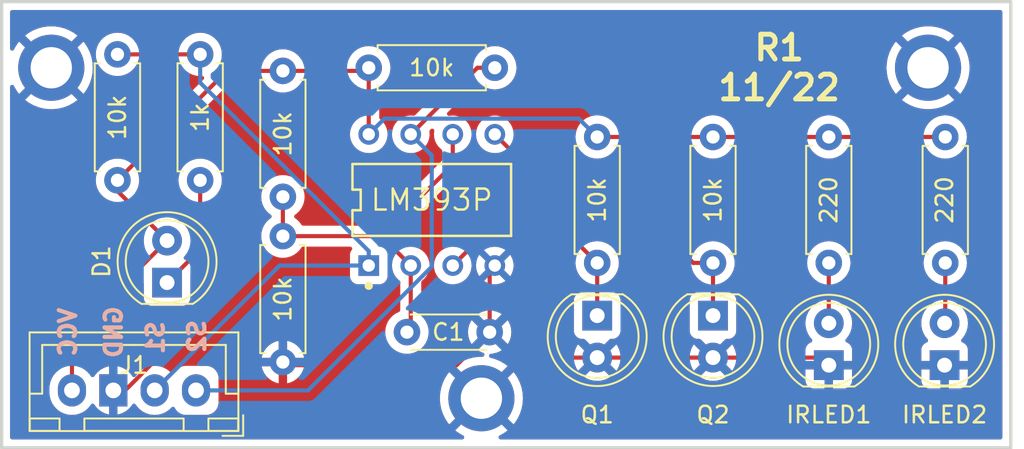
<source format=kicad_pcb>
(kicad_pcb (version 20211014) (generator pcbnew)
  (layers (0 "F.Cu" signal) (31 "B.Cu" signal) (34 "B.Paste" user) (35 "F.Paste" user) (36 "B.SilkS" user "B.Silkscreen") (37 "F.SilkS" user "F.Silkscreen") (38 "B.Mask" user) (39 "F.Mask" user) (44 "Edge.Cuts" user))
  (net 0 "")
  (net 1 "Net-(D1-Pad1)")
  (net 2 "VCC")
  (net 3 "Net-(IRLED1-Pad2)")
  (net 4 "Net-(C1-Pad2)")
  (net 5 "Net-(Q1-Pad1)")
  (net 6 "Net-(R_IRE2-Pad2)")
  (net 7 "Signal1")
  (net 8 "Net-(R_IRR2-Pad1)")
  (net 9 "Signal2")
  (net 10 "GND")
  (footprint "Resistor_THT:R_Axial_DIN0207_L6.3mm_D2.5mm_P7.62mm_Horizontal" (layer "F.Cu") (at 140 75.81 90)
    (fp_text reference "10k" (at 3.81 0 90) (layer "F.SilkS"))
    (fp_text value "10k")
    (fp_line (start 0.54 -1.04) (end 0.54 -1.37) (layer "F.SilkS") (width 0.12))
    (fp_line (start 0.54 1.04) (end 0.54 1.37) (layer "F.SilkS") (width 0.12))
    (fp_line (start 0.54 -1.37) (end 7.08 -1.37) (layer "F.SilkS") (width 0.12))
    (fp_line (start 7.08 -1.37) (end 7.08 -1.04) (layer "F.SilkS") (width 0.12))
    (fp_line (start 0.54 1.37) (end 7.08 1.37) (layer "F.SilkS") (width 0.12))
    (fp_line (start 7.08 1.37) (end 7.08 1.04) (layer "F.SilkS") (width 0.12))
    (pad "1" thru_hole circle (at 0 0 90) (size 1.6 1.6) (drill 0.8) (layers *.Cu *.Mask) (net 8 "Net-(R_IRR2-Pad1)"))
    (pad "2" thru_hole oval (at 7.62 0 90) (size 1.6 1.6) (drill 0.8) (layers *.Cu *.Mask) (net 2 "VCC"))
  )
  (footprint "LED_THT:LED_D5.0mm_IRGrey" (layer "F.Cu") (at 107 77 90)
    (fp_text reference "D1" (at 1.27 -3.96 90) (layer "F.SilkS"))
    (fp_text value "LED")
    (fp_line (start -1.29 -1.545) (end -1.29 1.545) (layer "F.SilkS") (width 0.12))
    (fp_arc (start -1.29 -1.54483) (mid 2.072002 -2.880433) (end 4.26 0.000462) (layer "F.SilkS") (width 0.12))
    (fp_arc (start 4.26 -0.000462) (mid 2.072002 2.880433) (end -1.29 1.54483) (layer "F.SilkS") (width 0.12))
    (fp_circle (center 1.27 0) (end 3.77 0) (layer "F.SilkS") (width 0.12) (fill none))
    (pad "1" thru_hole rect (at 0 0 90) (size 1.8 1.8) (drill 0.9) (layers *.Cu *.Mask) (net 1 "Net-(D1-Pad1)"))
    (pad "2" thru_hole circle (at 2.54 0 90) (size 1.8 1.8) (drill 0.9) (layers *.Cu *.Mask) (net 2 "VCC"))
  )
  (footprint "LED_THT:LED_D5.0mm_IRGrey" (layer "F.Cu") (at 154 82 90)
    (fp_text reference "IRLED2" (at -3 0 180) (layer "F.SilkS"))
    (fp_text value "LD271")
    (fp_line (start -1.29 -1.545) (end -1.29 1.545) (layer "F.SilkS") (width 0.12))
    (fp_arc (start 4.26 -0.000462) (mid 2.072002 2.880433) (end -1.29 1.54483) (layer "F.SilkS") (width 0.12))
    (fp_arc (start -1.29 -1.54483) (mid 2.072002 -2.880433) (end 4.26 0.000462) (layer "F.SilkS") (width 0.12))
    (fp_circle (center 1.27 0) (end 3.77 0) (layer "F.SilkS") (width 0.12) (fill none))
    (pad "1" thru_hole rect (at 0 0 90) (size 1.8 1.8) (drill 0.9) (layers *.Cu *.Mask) (net 10 "GND"))
    (pad "2" thru_hole circle (at 2.54 0 90) (size 1.8 1.8) (drill 0.9) (layers *.Cu *.Mask) (net 6 "Net-(R_IRE2-Pad2)"))
  )
  (footprint "Resistor_THT:R_Axial_DIN0207_L6.3mm_D2.5mm_P7.62mm_Horizontal" (layer "F.Cu") (at 147 68.19 -90)
    (fp_text reference "220" (at 3.81 0 90) (layer "F.SilkS"))
    (fp_text value "1k")
    (fp_line (start 7.08 1.37) (end 7.08 1.04) (layer "F.SilkS") (width 0.12))
    (fp_line (start 0.54 -1.04) (end 0.54 -1.37) (layer "F.SilkS") (width 0.12))
    (fp_line (start 7.08 -1.37) (end 7.08 -1.04) (layer "F.SilkS") (width 0.12))
    (fp_line (start 0.54 1.04) (end 0.54 1.37) (layer "F.SilkS") (width 0.12))
    (fp_line (start 0.54 -1.37) (end 7.08 -1.37) (layer "F.SilkS") (width 0.12))
    (fp_line (start 0.54 1.37) (end 7.08 1.37) (layer "F.SilkS") (width 0.12))
    (pad "1" thru_hole circle (at 0 0 270) (size 1.6 1.6) (drill 0.8) (layers *.Cu *.Mask) (net 2 "VCC"))
    (pad "2" thru_hole oval (at 7.62 0 270) (size 1.6 1.6) (drill 0.8) (layers *.Cu *.Mask) (net 3 "Net-(IRLED1-Pad2)"))
  )
  (footprint "Connector_JST:JST_XH_B4B-XH-A_1x04_P2.50mm_Vertical" (layer "F.Cu") (at 108.75 83.525 180)
    (fp_text reference "J1" (at 3.75 1.525) (layer "F.SilkS"))
    (fp_text value "Conn_01x04_Male")
    (fp_line (start -1.8 -0.2) (end -1.8 2.75) (layer "F.SilkS") (width 0.12))
    (fp_line (start -1.6 -2.75) (end -2.85 -2.75) (layer "F.SilkS") (width 0.12))
    (fp_line (start 8.25 -2.45) (end 8.25 -1.7) (layer "F.SilkS") (width 0.12))
    (fp_line (start -1.8 2.75) (end 3.75 2.75) (layer "F.SilkS") (width 0.12))
    (fp_line (start 9.3 -0.2) (end 9.3 2.75) (layer "F.SilkS") (width 0.12))
    (fp_line (start -2.56 3.51) (end 10.06 3.51) (layer "F.SilkS") (width 0.12))
    (fp_line (start 10.05 -1.7) (end 10.05 -2.45) (layer "F.SilkS") (width 0.12))
    (fp_line (start -2.55 -2.45) (end -2.55 -1.7) (layer "F.SilkS") (width 0.12))
    (fp_line (start 10.06 -2.46) (end -2.56 -2.46) (layer "F.SilkS") (width 0.12))
    (fp_line (start 8.25 -1.7) (end 10.05 -1.7) (layer "F.SilkS") (width 0.12))
    (fp_line (start 6.75 -1.7) (end 6.75 -2.45) (layer "F.SilkS") (width 0.12))
    (fp_line (start 6.75 -2.45) (end 0.75 -2.45) (layer "F.SilkS") (width 0.12))
    (fp_line (start -2.55 -1.7) (end -0.75 -1.7) (layer "F.SilkS") (width 0.12))
    (fp_line (start 0.75 -2.45) (end 0.75 -1.7) (layer "F.SilkS") (width 0.12))
    (fp_line (start 10.05 -2.45) (end 8.25 -2.45) (layer "F.SilkS") (width 0.12))
    (fp_line (start -2.56 -2.46) (end -2.56 3.51) (layer "F.SilkS") (width 0.12))
    (fp_line (start -2.85 -2.75) (end -2.85 -1.5) (layer "F.SilkS") (width 0.12))
    (fp_line (start -2.55 -0.2) (end -1.8 -0.2) (layer "F.SilkS") (width 0.12))
    (fp_line (start 0.75 -1.7) (end 6.75 -1.7) (layer "F.SilkS") (width 0.12))
    (fp_line (start 9.3 2.75) (end 3.75 2.75) (layer "F.SilkS") (width 0.12))
    (fp_line (start 10.06 3.51) (end 10.06 -2.46) (layer "F.SilkS") (width 0.12))
    (fp_line (start -0.75 -2.45) (end -2.55 -2.45) (layer "F.SilkS") (width 0.12))
    (fp_line (start 10.05 -0.2) (end 9.3 -0.2) (layer "F.SilkS") (width 0.12))
    (fp_line (start -0.75 -1.7) (end -0.75 -2.45) (layer "F.SilkS") (width 0.12))
    (pad "1" thru_hole oval (at 0 0 180) (size 1.7 1.95) (drill 0.95) (layers *.Cu *.Mask) (net 9 "Signal2"))
    (pad "2" thru_hole oval (at 2.5 0 180) (size 1.7 1.95) (drill 0.95) (layers *.Cu *.Mask) (net 7 "Signal1"))
    (pad "3" thru_hole rect (at 5 0 180) (size 1.7 1.95) (drill 0.95) (layers *.Cu *.Mask) (net 10 "GND"))
    (pad "4" thru_hole oval (at 7.5 0 180) (size 1.7 1.95) (drill 0.95) (layers *.Cu *.Mask) (net 2 "VCC"))
  )
  (footprint "Resistor_THT:R_Axial_DIN0207_L6.3mm_D2.5mm_P7.62mm_Horizontal" (layer "F.Cu") (at 114 64.19 -90)
    (fp_text reference "10k" (at 3.81 0 90) (layer "F.SilkS"))
    (fp_text value "10k")
    (fp_line (start 0.54 -1.04) (end 0.54 -1.37) (layer "F.SilkS") (width 0.12))
    (fp_line (start 0.54 1.37) (end 7.08 1.37) (layer "F.SilkS") (width 0.12))
    (fp_line (start 7.08 -1.37) (end 7.08 -1.04) (layer "F.SilkS") (width 0.12))
    (fp_line (start 7.08 1.37) (end 7.08 1.04) (layer "F.SilkS") (width 0.12))
    (fp_line (start 0.54 1.04) (end 0.54 1.37) (layer "F.SilkS") (width 0.12))
    (fp_line (start 0.54 -1.37) (end 7.08 -1.37) (layer "F.SilkS") (width 0.12))
    (pad "1" thru_hole circle (at 0 0 270) (size 1.6 1.6) (drill 0.8) (layers *.Cu *.Mask) (net 2 "VCC"))
    (pad "2" thru_hole oval (at 7.62 0 270) (size 1.6 1.6) (drill 0.8) (layers *.Cu *.Mask) (net 4 "Net-(C1-Pad2)"))
  )
  (footprint "LED_THT:LED_D5.0mm_IRGrey" (layer "F.Cu") (at 140 79 -90)
    (fp_text reference "Q2" (at 6 -0.000462 180) (layer "F.SilkS"))
    (fp_text value "Q_Photo_NPN_CE")
    (fp_line (start -1.29 -1.545) (end -1.29 1.545) (layer "F.SilkS") (width 0.12))
    (fp_arc (start 4.26 -0.000462) (mid 2.072002 2.880433) (end -1.29 1.54483) (layer "F.SilkS") (width 0.12))
    (fp_arc (start -1.29 -1.54483) (mid 2.072002 -2.880433) (end 4.26 0.000462) (layer "F.SilkS") (width 0.12))
    (fp_circle (center 1.27 0) (end 3.77 0) (layer "F.SilkS") (width 0.12) (fill none))
    (pad "1" thru_hole rect (at 0 0 270) (size 1.8 1.8) (drill 0.9) (layers *.Cu *.Mask) (net 8 "Net-(R_IRR2-Pad1)"))
    (pad "2" thru_hole circle (at 2.54 0 270) (size 1.8 1.8) (drill 0.9) (layers *.Cu *.Mask) (net 10 "GND"))
  )
  (footprint "eec:Texas_Instruments-P_R-PDIP-T8-0-0-0" (layer "F.Cu") (at 123 72 90)
    (fp_text reference "U1" hide)
    (fp_text value "LM393P" (at 0 0 180) (layer "F.SilkS") (effects (font (size 1.27 1.27))))
    (fp_line (start -0.621428 -4.295) (end -0.621428 -4.795) (layer "F.SilkS") (width 0.15))
    (fp_line (start -0.621428 -4.795) (end -2.175 -4.795) (layer "F.SilkS") (width 0.15))
    (fp_line (start 0.621428 -4.795) (end 0.621428 -4.295) (layer "F.SilkS") (width 0.15))
    (fp_line (start 2.175 4.795) (end 2.175 -4.795) (layer "F.SilkS") (width 0.15))
    (fp_line (start -2.175 4.795) (end 2.175 4.795) (layer "F.SilkS") (width 0.15))
    (fp_line (start 2.175 -4.795) (end 0.621428 -4.795) (layer "F.SilkS") (width 0.15))
    (fp_line (start 0.621428 -4.295) (end -0.621428 -4.295) (layer "F.SilkS") (width 0.15))
    (fp_line (start -2.175 -4.795) (end -2.175 4.795) (layer "F.SilkS") (width 0.15))
    (fp_circle (center -5.195 -3.81) (end -5.07 -3.81) (layer "F.SilkS") (width 0.25) (fill none))
    (pad "1" thru_hole rect locked (at -3.97 -3.81 90) (size 1.25 1.25) (drill 0.75) (layers *.Cu *.Mask) (net 7 "Signal1"))
    (pad "2" thru_hole circle locked (at -3.97 -1.27 90) (size 1.25 1.25) (drill 0.75) (layers *.Cu *.Mask) (net 4 "Net-(C1-Pad2)"))
    (pad "3" thru_hole circle locked (at -3.97 1.27 90) (size 1.25 1.25) (drill 0.75) (layers *.Cu *.Mask) (net 5 "Net-(Q1-Pad1)"))
    (pad "4" thru_hole circle locked (at -3.97 3.81 90) (size 1.25 1.25) (drill 0.75) (layers *.Cu *.Mask) (net 10 "GND"))
    (pad "5" thru_hole circle locked (at 3.97 3.81 90) (size 1.25 1.25) (drill 0.75) (layers *.Cu *.Mask) (net 8 "Net-(R_IRR2-Pad1)"))
    (pad "6" thru_hole circle locked (at 3.97 1.27 90) (size 1.25 1.25) (drill 0.75) (layers *.Cu *.Mask) (net 4 "Net-(C1-Pad2)"))
    (pad "7" thru_hole circle locked (at 3.97 -1.27 90) (size 1.25 1.25) (drill 0.75) (layers *.Cu *.Mask) (net 9 "Signal2"))
    (pad "8" thru_hole circle locked (at 3.97 -3.81 90) (size 1.25 1.25) (drill 0.75) (layers *.Cu *.Mask) (net 2 "VCC"))
  )
  (footprint "Resistor_THT:R_Axial_DIN0207_L6.3mm_D2.5mm_P7.62mm_Horizontal" (layer "F.Cu") (at 114 74.19 -90)
    (fp_text reference "10k" (at 3.81 0 90) (layer "F.SilkS"))
    (fp_text value "10k")
    (fp_line (start 0.54 -1.04) (end 0.54 -1.37) (layer "F.SilkS") (width 0.12))
    (fp_line (start 7.08 -1.37) (end 7.08 -1.04) (layer "F.SilkS") (width 0.12))
    (fp_line (start 0.54 1.37) (end 7.08 1.37) (layer "F.SilkS") (width 0.12))
    (fp_line (start 0.54 -1.37) (end 7.08 -1.37) (layer "F.SilkS") (width 0.12))
    (fp_line (start 0.54 1.04) (end 0.54 1.37) (layer "F.SilkS") (width 0.12))
    (fp_line (start 7.08 1.37) (end 7.08 1.04) (layer "F.SilkS") (width 0.12))
    (pad "1" thru_hole circle (at 0 0 270) (size 1.6 1.6) (drill 0.8) (layers *.Cu *.Mask) (net 4 "Net-(C1-Pad2)"))
    (pad "2" thru_hole oval (at 7.62 0 270) (size 1.6 1.6) (drill 0.8) (layers *.Cu *.Mask) (net 10 "GND"))
  )
  (footprint "LED_THT:LED_D5.0mm_IRGrey" (layer "F.Cu") (at 147 82 90)
    (fp_text reference "IRLED1" (at -3 0 180) (layer "F.SilkS"))
    (fp_text value "LD271")
    (fp_line (start -1.29 -1.545) (end -1.29 1.545) (layer "F.SilkS") (width 0.12))
    (fp_arc (start 4.26 -0.000462) (mid 2.072002 2.880433) (end -1.29 1.54483) (layer "F.SilkS") (width 0.12))
    (fp_arc (start -1.29 -1.54483) (mid 2.072002 -2.880433) (end 4.26 0.000462) (layer "F.SilkS") (width 0.12))
    (fp_circle (center 1.27 0) (end 3.77 0) (layer "F.SilkS") (width 0.12) (fill none))
    (pad "1" thru_hole rect (at 0 0 90) (size 1.8 1.8) (drill 0.9) (layers *.Cu *.Mask) (net 10 "GND"))
    (pad "2" thru_hole circle (at 2.54 0 90) (size 1.8 1.8) (drill 0.9) (layers *.Cu *.Mask) (net 3 "Net-(IRLED1-Pad2)"))
  )
  (footprint "Resistor_THT:R_Axial_DIN0207_L6.3mm_D2.5mm_P7.62mm_Horizontal" (layer "F.Cu") (at 109 70.81 90)
    (fp_text reference "1k" (at 3.81 0 90) (layer "F.SilkS"))
    (fp_text value "1k")
    (fp_line (start 7.08 1.37) (end 7.08 1.04) (layer "F.SilkS") (width 0.12))
    (fp_line (start 0.54 1.04) (end 0.54 1.37) (layer "F.SilkS") (width 0.12))
    (fp_line (start 7.08 -1.37) (end 7.08 -1.04) (layer "F.SilkS") (width 0.12))
    (fp_line (start 0.54 1.37) (end 7.08 1.37) (layer "F.SilkS") (width 0.12))
    (fp_line (start 0.54 -1.04) (end 0.54 -1.37) (layer "F.SilkS") (width 0.12))
    (fp_line (start 0.54 -1.37) (end 7.08 -1.37) (layer "F.SilkS") (width 0.12))
    (pad "1" thru_hole circle (at 0 0 90) (size 1.6 1.6) (drill 0.8) (layers *.Cu *.Mask) (net 1 "Net-(D1-Pad1)"))
    (pad "2" thru_hole oval (at 7.62 0 90) (size 1.6 1.6) (drill 0.8) (layers *.Cu *.Mask) (net 7 "Signal1"))
  )
  (footprint "Capacitor_THT:C_Disc_D4.3mm_W1.9mm_P5.00mm" (layer "F.Cu") (at 126.5 80 180)
    (fp_text reference "C1" (at 2.5 0) (layer "F.SilkS"))
    (fp_text value "C")
    (fp_line (start 0.23 1.07) (end 4.77 1.07) (layer "F.SilkS") (width 0.12))
    (fp_line (start 0.23 -1.07) (end 0.23 -1.055) (layer "F.SilkS") (width 0.12))
    (fp_line (start 4.77 1.055) (end 4.77 1.07) (layer "F.SilkS") (width 0.12))
    (fp_line (start 4.77 -1.07) (end 4.77 -1.055) (layer "F.SilkS") (width 0.12))
    (fp_line (start 0.23 -1.07) (end 4.77 -1.07) (layer "F.SilkS") (width 0.12))
    (fp_line (start 0.23 1.055) (end 0.23 1.07) (layer "F.SilkS") (width 0.12))
    (pad "1" thru_hole circle (at 0 0 180) (size 1.6 1.6) (drill 0.8) (layers *.Cu *.Mask) (net 10 "GND"))
    (pad "2" thru_hole circle (at 5 0 180) (size 1.6 1.6) (drill 0.8) (layers *.Cu *.Mask) (net 4 "Net-(C1-Pad2)"))
  )
  (footprint "" (layer "F.Cu") (at 153 64)
    (fp_text reference "" (at 0 0) (layer "F.SilkS") (effects (font (size 1.27 1.27))))
    (fp_text value "" (at 0 0) (layer "F.SilkS") (effects (font (size 1.27 1.27))))
    (pad "1" thru_hole circle (at 0 0) (size 4 4) (drill 2.5) (layers *.Cu *.Mask) (net 10 "GND"))
  )
  (footprint "LED_THT:LED_D5.0mm_IRGrey" (layer "F.Cu") (at 133 79 -90)
    (fp_text reference "Q1" (at 6 -0.000462 180) (layer "F.SilkS"))
    (fp_text value "Q_Photo_NPN_CE")
    (fp_line (start -1.29 -1.545) (end -1.29 1.545) (layer "F.SilkS") (width 0.12))
    (fp_arc (start 4.26 -0.000462) (mid 2.072002 2.880433) (end -1.29 1.54483) (layer "F.SilkS") (width 0.12))
    (fp_arc (start -1.29 -1.54483) (mid 2.072002 -2.880433) (end 4.26 0.000462) (layer "F.SilkS") (width 0.12))
    (fp_circle (center 1.27 0) (end 3.77 0) (layer "F.SilkS") (width 0.12) (fill none))
    (pad "1" thru_hole rect (at 0 0 270) (size 1.8 1.8) (drill 0.9) (layers *.Cu *.Mask) (net 5 "Net-(Q1-Pad1)"))
    (pad "2" thru_hole circle (at 2.54 0 270) (size 1.8 1.8) (drill 0.9) (layers *.Cu *.Mask) (net 10 "GND"))
  )
  (footprint "Resistor_THT:R_Axial_DIN0207_L6.3mm_D2.5mm_P7.62mm_Horizontal" (layer "F.Cu") (at 104 70.81 90)
    (fp_text reference "10k" (at 3.81 0 90) (layer "F.SilkS"))
    (fp_text value "10k")
    (fp_line (start 0.54 -1.37) (end 7.08 -1.37) (layer "F.SilkS") (width 0.12))
    (fp_line (start 0.54 1.04) (end 0.54 1.37) (layer "F.SilkS") (width 0.12))
    (fp_line (start 7.08 1.37) (end 7.08 1.04) (layer "F.SilkS") (width 0.12))
    (fp_line (start 7.08 -1.37) (end 7.08 -1.04) (layer "F.SilkS") (width 0.12))
    (fp_line (start 0.54 -1.04) (end 0.54 -1.37) (layer "F.SilkS") (width 0.12))
    (fp_line (start 0.54 1.37) (end 7.08 1.37) (layer "F.SilkS") (width 0.12))
    (pad "1" thru_hole circle (at 0 0 90) (size 1.6 1.6) (drill 0.8) (layers *.Cu *.Mask) (net 2 "VCC"))
    (pad "2" thru_hole oval (at 7.62 0 90) (size 1.6 1.6) (drill 0.8) (layers *.Cu *.Mask) (net 7 "Signal1"))
  )
  (footprint "Resistor_THT:R_Axial_DIN0207_L6.3mm_D2.5mm_P7.62mm_Horizontal" (layer "F.Cu") (at 154.04 68.19 -90)
    (fp_text reference "220" (at 3.81 0.04 90) (layer "F.SilkS"))
    (fp_text value "1k")
    (fp_line (start 7.08 -1.37) (end 7.08 -1.04) (layer "F.SilkS") (width 0.12))
    (fp_line (start 0.54 1.37) (end 7.08 1.37) (layer "F.SilkS") (width 0.12))
    (fp_line (start 0.54 -1.04) (end 0.54 -1.37) (layer "F.SilkS") (width 0.12))
    (fp_line (start 0.54 1.04) (end 0.54 1.37) (layer "F.SilkS") (width 0.12))
    (fp_line (start 0.54 -1.37) (end 7.08 -1.37) (layer "F.SilkS") (width 0.12))
    (fp_line (start 7.08 1.37) (end 7.08 1.04) (layer "F.SilkS") (width 0.12))
    (pad "1" thru_hole circle (at 0 0 270) (size 1.6 1.6) (drill 0.8) (layers *.Cu *.Mask) (net 2 "VCC"))
    (pad "2" thru_hole oval (at 7.62 0 270) (size 1.6 1.6) (drill 0.8) (layers *.Cu *.Mask) (net 6 "Net-(R_IRE2-Pad2)"))
  )
  (footprint "Resistor_THT:R_Axial_DIN0207_L6.3mm_D2.5mm_P7.62mm_Horizontal" (layer "F.Cu") (at 133 75.81 90)
    (fp_text reference "10k" (at 3.81 0 90) (layer "F.SilkS"))
    (fp_text value "10k")
    (fp_line (start 0.54 -1.04) (end 0.54 -1.37) (layer "F.SilkS") (width 0.12))
    (fp_line (start 7.08 1.37) (end 7.08 1.04) (layer "F.SilkS") (width 0.12))
    (fp_line (start 0.54 -1.37) (end 7.08 -1.37) (layer "F.SilkS") (width 0.12))
    (fp_line (start 7.08 -1.37) (end 7.08 -1.04) (layer "F.SilkS") (width 0.12))
    (fp_line (start 0.54 1.37) (end 7.08 1.37) (layer "F.SilkS") (width 0.12))
    (fp_line (start 0.54 1.04) (end 0.54 1.37) (layer "F.SilkS") (width 0.12))
    (pad "1" thru_hole circle (at 0 0 90) (size 1.6 1.6) (drill 0.8) (layers *.Cu *.Mask) (net 5 "Net-(Q1-Pad1)"))
    (pad "2" thru_hole oval (at 7.62 0 90) (size 1.6 1.6) (drill 0.8) (layers *.Cu *.Mask) (net 2 "VCC"))
  )
  (footprint "" (layer "F.Cu") (at 126 84)
    (fp_text reference "" (at 0 0) (layer "F.SilkS") (effects (font (size 1.27 1.27))))
    (fp_text value "" (at 0 0) (layer "F.SilkS") (effects (font (size 1.27 1.27))))
    (pad "1" thru_hole circle (at 0 0) (size 4 4) (drill 2.5) (layers *.Cu *.Mask) (net 10 "GND"))
  )
  (footprint "" (layer "F.Cu") (at 100 64)
    (fp_text reference "" (at 0 0) (layer "F.SilkS") (effects (font (size 1.27 1.27))))
    (fp_text value "" (at 0 0) (layer "F.SilkS") (effects (font (size 1.27 1.27))))
    (pad "1" thru_hole circle (at 0 0) (size 4 4) (drill 2.5) (layers *.Cu *.Mask) (net 10 "GND"))
  )
  (footprint "Resistor_THT:R_Axial_DIN0207_L6.3mm_D2.5mm_P7.62mm_Horizontal" (layer "F.Cu") (at 119.19 64)
    (fp_text reference "10k" (at 3.81 0) (layer "F.SilkS"))
    (fp_text value "10k")
    (fp_line (start 0.54 -1.04) (end 0.54 -1.37) (layer "F.SilkS") (width 0.12))
    (fp_line (start 7.08 1.37) (end 7.08 1.04) (layer "F.SilkS") (width 0.12))
    (fp_line (start 7.08 -1.37) (end 7.08 -1.04) (layer "F.SilkS") (width 0.12))
    (fp_line (start 0.54 1.37) (end 7.08 1.37) (layer "F.SilkS") (width 0.12))
    (fp_line (start 0.54 1.04) (end 0.54 1.37) (layer "F.SilkS") (width 0.12))
    (fp_line (start 0.54 -1.37) (end 7.08 -1.37) (layer "F.SilkS") (width 0.12))
    (pad "1" thru_hole circle (at 0 0) (size 1.6 1.6) (drill 0.8) (layers *.Cu *.Mask) (net 2 "VCC"))
    (pad "2" thru_hole oval (at 7.62 0) (size 1.6 1.6) (drill 0.8) (layers *.Cu *.Mask) (net 9 "Signal2"))
  )
  (gr_rect (start 97 87) (end 158 60) (layer "Edge.Cuts") (width 0.2) (fill none))
  (gr_text "S1" (at 106.298507 80.335737 90) (layer "B.SilkS") (effects (font (size 1 1) (thickness 0.25)) (justify mirror)))
  (gr_text "VCC" (at 101 80 90) (layer "B.SilkS") (effects (font (size 1 1) (thickness 0.25)) (justify mirror)))
  (gr_text "GND" (at 103.767566 79.999999 -270) (layer "B.SilkS") (effects (font (size 1 1) (thickness 0.25)) (justify mirror)))
  (gr_text "S2" (at 108.803622 80.258259 90) (layer "B.SilkS") (effects (font (size 1 1) (thickness 0.25)) (justify mirror)))
  (gr_text "R1\n11/22" (at 144 64) (layer "F.SilkS") (effects (font (size 1.5 1.5) (thickness 0.3))))
  (segment (start 109 75) (end 109 70.81) (width 0.25) (layer "F.Cu") (net 1))
  (segment (start 107 77) (end 109 75) (width 0.25) (layer "F.Cu") (net 1))
  (segment (start 114 64.19) (end 119 64.19) (width 0.25) (layer "F.Cu") (net 2))
  (segment (start 107 74.46) (end 104 71.46) (width 0.25) (layer "F.Cu") (net 2))
  (segment (start 133 68.19) (end 140 68.19) (width 0.25) (layer "F.Cu") (net 2))
  (segment (start 119 64.19) (end 119.19 64) (width 0.25) (layer "F.Cu") (net 2))
  (segment (start 101.25 83.525) (end 101.25 80.21) (width 0.25) (layer "F.Cu") (net 2))
  (segment (start 110.62 64.19) (end 104 70.81) (width 0.25) (layer "F.Cu") (net 2))
  (segment (start 101.25 80.21) (end 107 74.46) (width 0.25) (layer "F.Cu") (net 2))
  (segment (start 114 64.19) (end 110.62 64.19) (width 0.25) (layer "F.Cu") (net 2))
  (segment (start 119.19 64) (end 119.19 68.03) (width 0.25) (layer "F.Cu") (net 2))
  (segment (start 140 68.19) (end 147 68.19) (width 0.25) (layer "F.Cu") (net 2))
  (segment (start 147 68.19) (end 154.04 68.19) (width 0.25) (layer "F.Cu") (net 2))
  (segment (start 104 71.46) (end 104 70.81) (width 0.25) (layer "F.Cu") (net 2))
  (segment (start 120.14 67.08) (end 119.19 68.03) (width 0.25) (layer "B.Cu") (net 2))
  (segment (start 131.89 67.08) (end 120.14 67.08) (width 0.25) (layer "B.Cu") (net 2))
  (segment (start 133 68.19) (end 131.89 67.08) (width 0.25) (layer "B.Cu") (net 2))
  (segment (start 147 75.81) (end 147 79.46) (width 0.25) (layer "F.Cu") (net 3))
  (segment (start 114 71.81) (end 114 74.19) (width 0.25) (layer "F.Cu") (net 4))
  (segment (start 114 74.19) (end 119.81 74.19) (width 0.25) (layer "F.Cu") (net 4))
  (segment (start 124.27 68.03) (end 124.27 69.87) (width 0.25) (layer "F.Cu") (net 4))
  (segment (start 121.73 75.97) (end 121.73 79.77) (width 0.25) (layer "F.Cu") (net 4))
  (segment (start 121.73 79.77) (end 121.5 80) (width 0.25) (layer "F.Cu") (net 4))
  (segment (start 119.95 74.19) (end 121.73 75.97) (width 0.25) (layer "F.Cu") (net 4))
  (segment (start 124.27 69.87) (end 119.95 74.19) (width 0.25) (layer "F.Cu") (net 4))
  (segment (start 119.81 74.19) (end 119.95 74.19) (width 0.25) (layer "F.Cu") (net 4))
  (segment (start 127.24 73) (end 124.27 75.97) (width 0.25) (layer "F.Cu") (net 5))
  (segment (start 133 75.81) (end 130.19 73) (width 0.25) (layer "F.Cu") (net 5))
  (segment (start 133 75.81) (end 133 79) (width 0.25) (layer "F.Cu") (net 5))
  (segment (start 130.19 73) (end 127.24 73) (width 0.25) (layer "F.Cu") (net 5))
  (segment (start 154.04 75.81) (end 154.04 79.42) (width 0.25) (layer "F.Cu") (net 6))
  (segment (start 154.04 79.42) (end 154 79.46) (width 0.25) (layer "F.Cu") (net 6))
  (segment (start 104 63.19) (end 109 63.19) (width 0.25) (layer "F.Cu") (net 7))
  (segment (start 119.19 75.97) (end 113.805 75.97) (width 0.25) (layer "B.Cu") (net 7))
  (segment (start 119.19 75.97) (end 119.19 75.095) (width 0.25) (layer "B.Cu") (net 7))
  (segment (start 113.805 75.97) (end 106.25 83.525) (width 0.25) (layer "B.Cu") (net 7))
  (segment (start 119.19 75.095) (end 109 64.905) (width 0.25) (layer "B.Cu") (net 7))
  (segment (start 109 64.905) (end 109 63.19) (width 0.25) (layer "B.Cu") (net 7))
  (segment (start 140 75.81) (end 140 79) (width 0.25) (layer "F.Cu") (net 8))
  (segment (start 140 75.81) (end 138.81 75.81) (width 0.25) (layer "F.Cu") (net 8))
  (segment (start 129.78 71) (end 126.81 68.03) (width 0.25) (layer "F.Cu") (net 8))
  (segment (start 134 71) (end 129.78 71) (width 0.25) (layer "F.Cu") (net 8))
  (segment (start 138.81 75.81) (end 134 71) (width 0.25) (layer "F.Cu") (net 8))
  (segment (start 125.76 64) (end 126.81 64) (width 0.25) (layer "F.Cu") (net 9))
  (segment (start 121.73 68.03) (end 125.76 64) (width 0.25) (layer "F.Cu") (net 9))
  (segment (start 115.518503 83.525) (end 123 76.043503) (width 0.25) (layer "B.Cu") (net 9))
  (segment (start 108.75 83.525) (end 115.518503 83.525) (width 0.25) (layer "B.Cu") (net 9))
  (segment (start 123 76.043503) (end 123 69.3) (width 0.25) (layer "B.Cu") (net 9))
  (segment (start 123 69.3) (end 121.73 68.03) (width 0.25) (layer "B.Cu") (net 9))
  (segment (start 147 82) (end 154 82) (width 0.25) (layer "F.Cu") (net 10))
  (segment (start 140 81.54) (end 146.54 81.54) (width 0.25) (layer "F.Cu") (net 10))
  (segment (start 133 81.54) (end 128.04 81.54) (width 0.25) (layer "F.Cu") (net 10))
  (segment (start 128.04 81.54) (end 126.5 80) (width 0.25) (layer "F.Cu") (net 10))
  (segment (start 133 81.54) (end 140 81.54) (width 0.25) (layer "F.Cu") (net 10))
  (segment (start 114 81.81) (end 106.178299 81.81) (width 0.25) (layer "F.Cu") (net 10))
  (segment (start 126.5 80) (end 124.5 82) (width 0.25) (layer "F.Cu") (net 10))
  (segment (start 106.178299 81.81) (end 104.463299 83.525) (width 0.25) (layer "F.Cu") (net 10))
  (segment (start 126.5 80) (end 126.5 76.28) (width 0.25) (layer "F.Cu") (net 10))
  (segment (start 124.5 82) (end 114.19 82) (width 0.25) (layer "F.Cu") (net 10))
  (segment (start 146.54 81.54) (end 147 82) (width 0.25) (layer "F.Cu") (net 10))
  (segment (start 126.5 76.28) (end 126.81 75.97) (width 0.25) (layer "F.Cu") (net 10))
  (segment (start 104.463299 83.525) (end 103.75 83.525) (width 0.25) (layer "F.Cu") (net 10))
  (segment (start 114.19 82) (end 114 81.81) (width 0.25) (layer "F.Cu") (net 10))
  (zone (net 10) (net_name "GND") (layers F&B.Cu) (connect_pads (clearance 0.508)) (min_thickness 0.254) (fill yes (thermal_gap 0.508) (thermal_bridge_width 0.508))
    (polygon (pts (xy 158 87) (xy 97 87) (xy 97 60) (xy 158 60)))
  )
)
</source>
